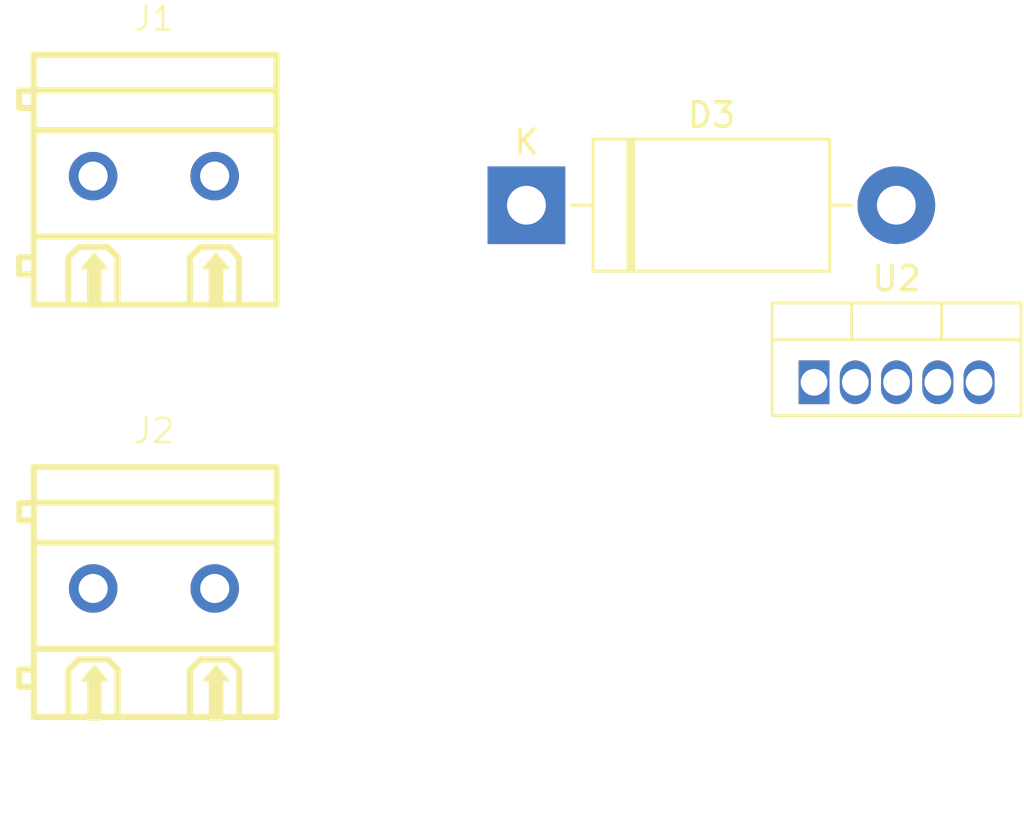
<source format=kicad_pcb>
(kicad_pcb (version 20240108) (generator "pcbnew") (generator_version "8.0")
  (layers (0 "F.Cu" signal) (31 "B.Cu" signal) (34 "B.Paste" user) (35 "F.Paste" user) (36 "B.SilkS" user "B.Silkscreen") (37 "F.SilkS" user "F.Silkscreen") (38 "B.Mask" user) (39 "F.Mask" user) (44 "Edge.Cuts" user))
  (net 0 "")
  (net 1 "Net-(D3-K)")
  (net 2 "GND")
  (net 3 "+24V")
  (net 4 "+5V")
  (footprint "Diode_THT:D_DO-201AD_P15.24mm_Horizontal" (layer "F.Cu") (at 68.35 37.7)
    (property "Reference" "D3" (at 7.62 -3.72 0) (layer "F.SilkS"))
    (property "Value" "1N5821")
    (fp_line (start 1.84 0) (end 2.75 0) (stroke (width 0.12)) (layer "F.SilkS"))
    (fp_line (start 2.75 -2.72) (end 2.75 2.72) (stroke (width 0.12)) (layer "F.SilkS"))
    (fp_line (start 2.75 2.72) (end 12.49 2.72) (stroke (width 0.12)) (layer "F.SilkS"))
    (fp_line (start 4.175 -2.72) (end 4.175 2.72) (stroke (width 0.12)) (layer "F.SilkS"))
    (fp_line (start 4.295 -2.72) (end 4.295 2.72) (stroke (width 0.12)) (layer "F.SilkS"))
    (fp_line (start 4.415 -2.72) (end 4.415 2.72) (stroke (width 0.12)) (layer "F.SilkS"))
    (fp_line (start 12.49 -2.72) (end 2.75 -2.72) (stroke (width 0.12)) (layer "F.SilkS"))
    (fp_line (start 12.49 2.72) (end 12.49 -2.72) (stroke (width 0.12)) (layer "F.SilkS"))
    (fp_line (start 13.4 0) (end 12.49 0) (stroke (width 0.12)) (layer "F.SilkS"))
    (fp_text user "K" (at 0 -2.6 0) (layer "F.SilkS"))
    (pad "1" thru_hole rect (at 0 0) (size 3.2 3.2) (drill 1.6) (layers "*.Cu" "*.Mask") (net 1 "Net-(D3-K)"))
    (pad "2" thru_hole oval (at 15.24 0) (size 3.2 3.2) (drill 1.6) (layers "*.Cu" "*.Mask") (net 2 "GND"))
  )
  (footprint "ANLACO:CONN-TH_2P-P5.00_WJ128V-5.0-2P" (layer "F.Cu") (at 53 36.5)
    (property "Reference" "J1" (at 0 -6.5 0) (layer "F.SilkS") (effects (font (thickness 0.1))))
    (property "Value" "WJ128V-5.0-2P")
    (fp_line (start -5.55 -3.521) (end -5.55 -2.81) (stroke (width 0.254)) (layer "F.SilkS"))
    (fp_line (start -5.55 -2.81) (end -4.95 -2.81) (stroke (width 0.254)) (layer "F.SilkS"))
    (fp_line (start -5.55 3.342) (end -5.55 4.053) (stroke (width 0.254)) (layer "F.SilkS"))
    (fp_line (start -4.95 -5) (end 5 -5) (stroke (width 0.254)) (layer "F.SilkS"))
    (fp_line (start -4.95 -3.536) (end 5.05 -3.536) (stroke (width 0.254)) (layer "F.SilkS"))
    (fp_line (start -4.95 -3.521) (end -5.55 -3.521) (stroke (width 0.254)) (layer "F.SilkS"))
    (fp_line (start -4.95 -1.891) (end 5.05 -1.891) (stroke (width 0.254)) (layer "F.SilkS"))
    (fp_line (start -4.95 2.489) (end 5.05 2.489) (stroke (width 0.254)) (layer "F.SilkS"))
    (fp_line (start -4.95 3.342) (end -5.55 3.342) (stroke (width 0.254)) (layer "F.SilkS"))
    (fp_line (start -4.95 4.053) (end -5.55 4.053) (stroke (width 0.254)) (layer "F.SilkS"))
    (fp_line (start -4.95 5.3) (end -4.95 -5) (stroke (width 0.254)) (layer "F.SilkS"))
    (fp_line (start -3.528 3.358) (end -3.1 2.93) (stroke (width 0.254)) (layer "F.SilkS"))
    (fp_line (start -3.528 5.3) (end -3.528 3.358) (stroke (width 0.254)) (layer "F.SilkS"))
    (fp_line (start -3.1 2.93) (end -1.9 2.93) (stroke (width 0.254)) (layer "F.SilkS"))
    (fp_line (start -1.9 2.93) (end -1.5 3.33) (stroke (width 0.254)) (layer "F.SilkS"))
    (fp_line (start -1.5 3.33) (end -1.5 5.3) (stroke (width 0.254)) (layer "F.SilkS"))
    (fp_line (start 1.48 3.358) (end 1.909 2.93) (stroke (width 0.254)) (layer "F.SilkS"))
    (fp_line (start 1.48 5.3) (end 1.48 3.358) (stroke (width 0.254)) (layer "F.SilkS"))
    (fp_line (start 1.909 2.93) (end 3.109 2.93) (stroke (width 0.254)) (layer "F.SilkS"))
    (fp_line (start 3.109 2.93) (end 3.509 3.358) (stroke (width 0.254)) (layer "F.SilkS"))
    (fp_line (start 3.509 3.358) (end 3.509 5.3) (stroke (width 0.254)) (layer "F.SilkS"))
    (fp_line (start 5.05 -5) (end 5.05 5.3) (stroke (width 0.254)) (layer "F.SilkS"))
    (fp_line (start 5.05 5.3) (end -4.95 5.3) (stroke (width 0.254)) (layer "F.SilkS"))
    (fp_rect (start -2.2 3.8) (end -2.7 5.4) (stroke (width 0.1)) (fill solid) (layer "F.SilkS"))
    (fp_rect (start 2.809 3.8) (end 2.309 5.4) (stroke (width 0.1)) (fill solid) (layer "F.SilkS"))
    (fp_poly (pts (xy -2.95 3.8) (xy -1.95 3.8) (xy -2.45 3.197842)) (stroke (width 0.1)) (fill solid) (layer "F.SilkS"))
    (fp_poly (pts (xy 2.059 3.8) (xy 3.059 3.8) (xy 2.559 3.197842)) (stroke (width 0.1)) (fill solid) (layer "F.SilkS"))
    (pad "1" thru_hole circle (at -2.504 0) (size 2 2) (drill oval 1.2) (layers "*.Cu" "*.Mask") (net 3 "+24V"))
    (pad "2" thru_hole circle (at 2.504 0) (size 2 2) (drill 1.2) (layers "*.Cu" "*.Mask") (net 2 "GND"))
  )
  (footprint "Package_TO_SOT_THT:TO-220-5_Vertical" (layer "F.Cu") (at 80.2 45)
    (property "Reference" "U2" (at 3.4 -4.27 0) (layer "F.SilkS"))
    (property "Value" "LM2596T")
    (fp_line (start -1.721 -3.27) (end -1.721 1.371) (stroke (width 0.12)) (layer "F.SilkS"))
    (fp_line (start -1.721 -3.27) (end 8.52 -3.27) (stroke (width 0.12)) (layer "F.SilkS"))
    (fp_line (start -1.721 -1.76) (end 8.52 -1.76) (stroke (width 0.12)) (layer "F.SilkS"))
    (fp_line (start -1.721 1.371) (end 8.52 1.371) (stroke (width 0.12)) (layer "F.SilkS"))
    (fp_line (start 1.55 -3.27) (end 1.55 -1.76) (stroke (width 0.12)) (layer "F.SilkS"))
    (fp_line (start 5.25 -3.27) (end 5.25 -1.76) (stroke (width 0.12)) (layer "F.SilkS"))
    (fp_line (start 8.52 -3.27) (end 8.52 1.371) (stroke (width 0.12)) (layer "F.SilkS"))
    (pad "1" thru_hole rect (at 0 0) (size 1.275 1.8) (drill 1.1) (layers "*.Cu" "*.Mask") (net 3 "+24V"))
    (pad "2" thru_hole oval (at 1.7 0) (size 1.275 1.8) (drill 1.1) (layers "*.Cu" "*.Mask") (net 1 "Net-(D3-K)"))
    (pad "3" thru_hole oval (at 3.4 0) (size 1.275 1.8) (drill 1.1) (layers "*.Cu" "*.Mask") (net 2 "GND"))
    (pad "4" thru_hole oval (at 5.1 0) (size 1.275 1.8) (drill 1.1) (layers "*.Cu" "*.Mask") (net 4 "+5V"))
    (pad "5" thru_hole oval (at 6.8 0) (size 1.275 1.8) (drill 1.1) (layers "*.Cu" "*.Mask") (net 2 "GND"))
  )
  (footprint "ANLACO:CONN-TH_2P-P5.00_WJ128V-5.0-2P" (layer "F.Cu") (at 53.004 53.5)
    (property "Reference" "J2" (at 0 -6.5 0) (layer "F.SilkS") (effects (font (thickness 0.1))))
    (property "Value" "WJ128V-5.0-2P")
    (fp_line (start -5.55 -3.521) (end -5.55 -2.81) (stroke (width 0.254)) (layer "F.SilkS"))
    (fp_line (start -5.55 -2.81) (end -4.95 -2.81) (stroke (width 0.254)) (layer "F.SilkS"))
    (fp_line (start -5.55 3.342) (end -5.55 4.053) (stroke (width 0.254)) (layer "F.SilkS"))
    (fp_line (start -4.95 -5) (end 5 -5) (stroke (width 0.254)) (layer "F.SilkS"))
    (fp_line (start -4.95 -3.536) (end 5.05 -3.536) (stroke (width 0.254)) (layer "F.SilkS"))
    (fp_line (start -4.95 -3.521) (end -5.55 -3.521) (stroke (width 0.254)) (layer "F.SilkS"))
    (fp_line (start -4.95 -1.891) (end 5.05 -1.891) (stroke (width 0.254)) (layer "F.SilkS"))
    (fp_line (start -4.95 2.489) (end 5.05 2.489) (stroke (width 0.254)) (layer "F.SilkS"))
    (fp_line (start -4.95 3.342) (end -5.55 3.342) (stroke (width 0.254)) (layer "F.SilkS"))
    (fp_line (start -4.95 4.053) (end -5.55 4.053) (stroke (width 0.254)) (layer "F.SilkS"))
    (fp_line (start -4.95 5.3) (end -4.95 -5) (stroke (width 0.254)) (layer "F.SilkS"))
    (fp_line (start -3.528 3.358) (end -3.1 2.93) (stroke (width 0.254)) (layer "F.SilkS"))
    (fp_line (start -3.528 5.3) (end -3.528 3.358) (stroke (width 0.254)) (layer "F.SilkS"))
    (fp_line (start -3.1 2.93) (end -1.9 2.93) (stroke (width 0.254)) (layer "F.SilkS"))
    (fp_line (start -1.9 2.93) (end -1.5 3.33) (stroke (width 0.254)) (layer "F.SilkS"))
    (fp_line (start -1.5 3.33) (end -1.5 5.3) (stroke (width 0.254)) (layer "F.SilkS"))
    (fp_line (start 1.48 3.358) (end 1.909 2.93) (stroke (width 0.254)) (layer "F.SilkS"))
    (fp_line (start 1.48 5.3) (end 1.48 3.358) (stroke (width 0.254)) (layer "F.SilkS"))
    (fp_line (start 1.909 2.93) (end 3.109 2.93) (stroke (width 0.254)) (layer "F.SilkS"))
    (fp_line (start 3.109 2.93) (end 3.509 3.358) (stroke (width 0.254)) (layer "F.SilkS"))
    (fp_line (start 3.509 3.358) (end 3.509 5.3) (stroke (width 0.254)) (layer "F.SilkS"))
    (fp_line (start 5.05 -5) (end 5.05 5.3) (stroke (width 0.254)) (layer "F.SilkS"))
    (fp_line (start 5.05 5.3) (end -4.95 5.3) (stroke (width 0.254)) (layer "F.SilkS"))
    (fp_rect (start -2.2 3.8) (end -2.7 5.4) (stroke (width 0.1)) (fill solid) (layer "F.SilkS"))
    (fp_rect (start 2.809 3.8) (end 2.309 5.4) (stroke (width 0.1)) (fill solid) (layer "F.SilkS"))
    (fp_poly (pts (xy -2.95 3.8) (xy -1.95 3.8) (xy -2.45 3.197842)) (stroke (width 0.1)) (fill solid) (layer "F.SilkS"))
    (fp_poly (pts (xy 2.059 3.8) (xy 3.059 3.8) (xy 2.559 3.197842)) (stroke (width 0.1)) (fill solid) (layer "F.SilkS"))
    (pad "1" thru_hole circle (at -2.504 0) (size 2 2) (drill oval 1.2) (layers "*.Cu" "*.Mask") (net 4 "+5V"))
    (pad "2" thru_hole circle (at 2.504 0) (size 2 2) (drill 1.2) (layers "*.Cu" "*.Mask") (net 2 "GND"))
  )
)
</source>
